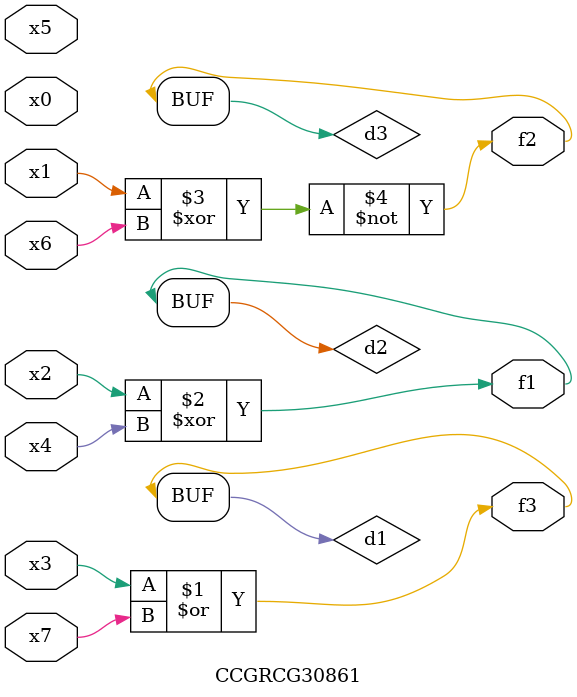
<source format=v>
module CCGRCG30861(
	input x0, x1, x2, x3, x4, x5, x6, x7,
	output f1, f2, f3
);

	wire d1, d2, d3;

	or (d1, x3, x7);
	xor (d2, x2, x4);
	xnor (d3, x1, x6);
	assign f1 = d2;
	assign f2 = d3;
	assign f3 = d1;
endmodule

</source>
